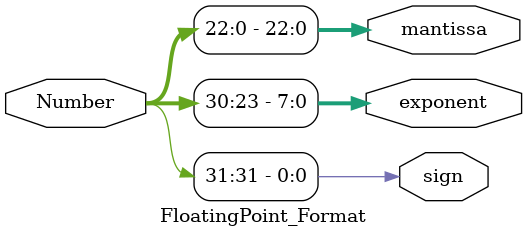
<source format=v>
`timescale 1 ns / 1 ps

module FloatingPoint_Format (
	input [31:0] Number,
	output sign,
	output [7:0] exponent,
	output [22:0] mantissa,
);
	assign sign = Number[31];
	assign exponent = Number[30:23];
	assign mantissa = Number [22:0];

endmodule

</source>
